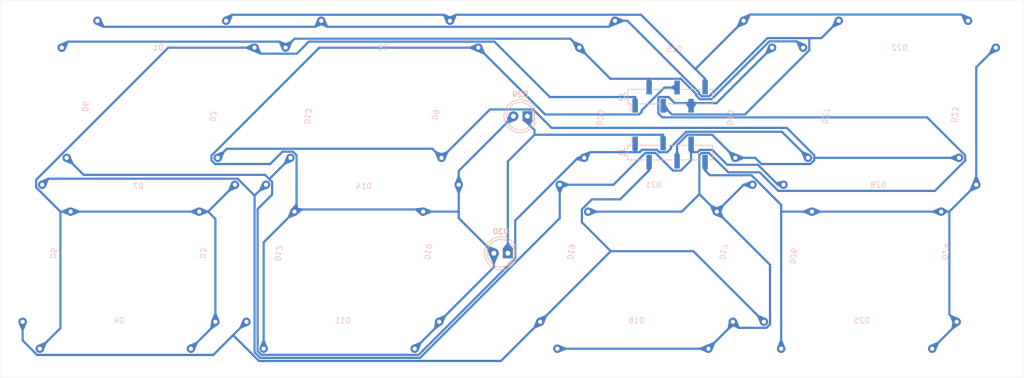
<source format=kicad_pcb>
(kicad_pcb (version 20240108) (generator "pcbnew") (generator_version "8.0")
  (layers (0 "F.Cu" signal) (31 "B.Cu" signal) (34 "B.Paste" user) (35 "F.Paste" user) (36 "B.SilkS" user "B.Silks") (37 "F.SilkS" user "F.Silks") (38 "B.Mask" user) (39 "F.Mask" user) (44 "Edge.Cuts" user))
  (net 0 "")
  (net 1 "Net-(D1-K)")
  (net 2 "Net-(D1-A)")
  (net 3 "Net-(D10-A)")
  (net 4 "Net-(D10-K)")
  (net 5 "Net-(D11-K)")
  (net 6 "Net-(D12-K)")
  (net 7 "Net-(D13-K)")
  (net 8 "Net-(D14-K)")
  (net 9 "Net-(D15-A)")
  (net 10 "Net-(D16-K)")
  (net 11 "Net-(D22-A)")
  (net 12 "Net-(D29-K)")
  (footprint "_Personal:32mm LED" (layer "F.Cu") (at 164.338 76.454 90)
    (property "Reference" "D21" (at 0 -0.508 0) (layer "B.SilkS") (effects (font (thickness 0.1)) (justify mirror)))
    (property "Value" "3G")
    (pad "1" thru_hole circle (at 0 -17.5 90) (size 1.524 1.524) (drill 0.762) (layers "*.Cu" "*.Mask") (net 8 "Net-(D14-K)"))
    (pad "2" thru_hole circle (at 0 17.5 90) (size 1.524 1.524) (drill 0.762) (layers "*.Cu" "*.Mask") (net 9 "Net-(D15-A)"))
  )
  (footprint "_Personal:32mm LED" (layer "F.Cu") (at 176.276 88.9 -8)
    (property "Reference" "D17" (at 0.216178 -0.286878 -98) (layer "B.SilkS") (effects (font (thickness 0.1)) (justify mirror)))
    (property "Value" "3C")
    (pad "1" thru_hole circle (at 0 -17.5 352) (size 1.524 1.524) (drill 0.762) (layers "*.Cu" "*.Mask") (net 4 "Net-(D10-K)"))
    (pad "2" thru_hole circle (at 0 17.5 352) (size 1.524 1.524) (drill 0.762) (layers "*.Cu" "*.Mask") (net 9 "Net-(D15-A)"))
  )
  (footprint "_Personal:32mm LED" (layer "F.Cu") (at 189.484 88.9 -8)
    (property "Reference" "D26" (at -0.180828 0.538406 -98) (layer "B.SilkS") (effects (font (thickness 0.1)) (justify mirror)))
    (property "Value" "4E")
    (pad "1" thru_hole circle (at 0 -17.5 352) (size 1.524 1.524) (drill 0.762) (layers "*.Cu" "*.Mask") (net 6 "Net-(D12-K)"))
    (pad "2" thru_hole circle (at 0 17.5 352) (size 1.524 1.524) (drill 0.762) (layers "*.Cu" "*.Mask") (net 11 "Net-(D22-A)"))
  )
  (footprint "_Personal:32mm LED" (layer "F.Cu") (at 110.998 76.454 90)
    (property "Reference" "D14" (at -0.254 0.254 0) (layer "B.SilkS") (effects (font (thickness 0.1)) (justify mirror)))
    (property "Value" "2G")
    (pad "1" thru_hole circle (at 0 -17.5 90) (size 1.524 1.524) (drill 0.762) (layers "*.Cu" "*.Mask") (net 8 "Net-(D14-K)"))
    (pad "2" thru_hole circle (at 0 17.5 90) (size 1.524 1.524) (drill 0.762) (layers "*.Cu" "*.Mask") (net 3 "Net-(D10-A)"))
  )
  (footprint "_Personal:32mm LED" (layer "F.Cu") (at 101.092 64.008 -8)
    (property "Reference" "D13" (at 0 0 -98) (layer "B.SilkS") (effects (font (thickness 0.1)) (justify mirror)))
    (property "Value" "2F")
    (pad "1" thru_hole circle (at 0 -17.5 352) (size 1.524 1.524) (drill 0.762) (layers "*.Cu" "*.Mask") (net 7 "Net-(D13-K)"))
    (pad "2" thru_hole circle (at 0 17.5 352) (size 1.524 1.524) (drill 0.762) (layers "*.Cu" "*.Mask") (net 3 "Net-(D10-A)"))
  )
  (footprint "_Personal:32mm LED" (layer "F.Cu") (at 83.82 64.008 -8)
    (property "Reference" "D2" (at 0 0 -98) (layer "B.SilkS") (effects (font (thickness 0.1)) (justify mirror)))
    (property "Value" "1B")
    (pad "1" thru_hole circle (at 0 -17.5 352) (size 1.524 1.524) (drill 0.762) (layers "*.Cu" "*.Mask") (net 10 "Net-(D16-K)"))
    (pad "2" thru_hole circle (at 0 17.5 352) (size 1.524 1.524) (drill 0.762) (layers "*.Cu" "*.Mask") (net 2 "Net-(D1-A)"))
  )
  (footprint "_Personal:32mm LED" (layer "F.Cu") (at 70.358 76.454 90)
    (property "Reference" "D7" (at -0.254 0 0) (layer "B.SilkS") (effects (font (thickness 0.1)) (justify mirror)))
    (property "Value" "1G")
    (pad "1" thru_hole circle (at 0 -17.5 90) (size 1.524 1.524) (drill 0.762) (layers "*.Cu" "*.Mask") (net 8 "Net-(D14-K)"))
    (pad "2" thru_hole circle (at 0 17.5 90) (size 1.524 1.524) (drill 0.762) (layers "*.Cu" "*.Mask") (net 2 "Net-(D1-A)"))
  )
  (footprint "_Personal:32mm LED" (layer "F.Cu") (at 154.432 64.008 -8)
    (property "Reference" "D20" (at -0.216178 0.286878 -98) (layer "B.SilkS") (effects (font (thickness 0.1)) (justify mirror)))
    (property "Value" "3F")
    (pad "1" thru_hole circle (at 0 -17.5 352) (size 1.524 1.524) (drill 0.762) (layers "*.Cu" "*.Mask") (net 7 "Net-(D13-K)"))
    (pad "2" thru_hole circle (at 0 17.5 352) (size 1.524 1.524) (drill 0.762) (layers "*.Cu" "*.Mask") (net 9 "Net-(D15-A)"))
  )
  (footprint "_Personal:32mm LED" (layer "F.Cu") (at 160.782 101.346 90)
    (property "Reference" "D18" (at 0.254 0 0) (layer "B.SilkS") (effects (font (thickness 0.1)) (justify mirror)))
    (property "Value" "3D")
    (pad "1" thru_hole circle (at 0 -17.5 90) (size 1.524 1.524) (drill 0.762) (layers "*.Cu" "*.Mask") (net 5 "Net-(D11-K)"))
    (pad "2" thru_hole circle (at 0 17.5 90) (size 1.524 1.524) (drill 0.762) (layers "*.Cu" "*.Mask") (net 9 "Net-(D15-A)"))
  )
  (footprint "_Personal:32mm LED" (layer "F.Cu") (at 201.422 101.346 90)
    (property "Reference" "D25" (at 0.254 0.254 0) (layer "B.SilkS") (effects (font (thickness 0.1)) (justify mirror)))
    (property "Value" "4D")
    (pad "1" thru_hole circle (at 0 -17.5 90) (size 1.524 1.524) (drill 0.762) (layers "*.Cu" "*.Mask") (net 5 "Net-(D11-K)"))
    (pad "2" thru_hole circle (at 0 17.5 90) (size 1.524 1.524) (drill 0.762) (layers "*.Cu" "*.Mask") (net 11 "Net-(D22-A)"))
  )
  (footprint "_Personal:32mm LED" (layer "F.Cu") (at 167.894 51.562 90)
    (property "Reference" "D15" (at -0.254 -0.254 0) (layer "B.SilkS") (effects (font (thickness 0.1)) (justify mirror)))
    (property "Value" "3A")
    (pad "1" thru_hole circle (at 0 -17.5 90) (size 1.524 1.524) (drill 0.762) (layers "*.Cu" "*.Mask") (net 1 "Net-(D1-K)"))
    (pad "2" thru_hole circle (at 0 17.5 90) (size 1.524 1.524) (drill 0.762) (layers "*.Cu" "*.Mask") (net 9 "Net-(D15-A)"))
  )
  (footprint "_Personal:32mm LED" (layer "F.Cu") (at 122.936 88.9 -8)
    (property "Reference" "D10" (at -0.03535 -0.251528 -98) (layer "B.SilkS") (effects (font (thickness 0.1)) (justify mirror)))
    (property "Value" "2C")
    (pad "1" thru_hole circle (at 0 -17.5 352) (size 1.524 1.524) (drill 0.762) (layers "*.Cu" "*.Mask") (net 4 "Net-(D10-K)"))
    (pad "2" thru_hole circle (at 0 17.5 352) (size 1.524 1.524) (drill 0.762) (layers "*.Cu" "*.Mask") (net 3 "Net-(D10-A)"))
  )
  (footprint "_Personal:32mm LED" (layer "F.Cu") (at 66.802 101.346 90)
    (property "Reference" "D4" (at 0.254 0 0) (layer "B.SilkS") (effects (font (thickness 0.1)) (justify mirror)))
    (property "Value" "1D")
    (pad "1" thru_hole circle (at 0 -17.5 90) (size 1.524 1.524) (drill 0.762) (layers "*.Cu" "*.Mask") (net 5 "Net-(D11-K)"))
    (pad "2" thru_hole circle (at 0 17.5 90) (size 1.524 1.524) (drill 0.762) (layers "*.Cu" "*.Mask") (net 2 "Net-(D1-A)"))
  )
  (footprint "_Personal:32mm LED" (layer "F.Cu") (at 216.916 88.9 -8)
    (property "Reference" "D24" (at -0.03535 -0.251528 -98) (layer "B.SilkS") (effects (font (thickness 0.1)) (justify mirror)))
    (property "Value" "4C")
    (pad "1" thru_hole circle (at 0 -17.5 352) (size 1.524 1.524) (drill 0.762) (layers "*.Cu" "*.Mask") (net 4 "Net-(D10-K)"))
    (pad "2" thru_hole circle (at 0 17.5 352) (size 1.524 1.524) (drill 0.762) (layers "*.Cu" "*.Mask") (net 11 "Net-(D22-A)"))
  )
  (footprint "_Personal:32mm LED" (layer "F.Cu") (at 73.914 51.562 90)
    (property "Reference" "D1" (at 0 0 0) (layer "B.SilkS") (effects (font (thickness 0.1)) (justify mirror)))
    (property "Value" "1A")
    (pad "1" thru_hole circle (at 0 -17.5 90) (size 1.524 1.524) (drill 0.762) (layers "*.Cu" "*.Mask") (net 1 "Net-(D1-K)"))
    (pad "2" thru_hole circle (at 0 17.5 90) (size 1.524 1.524) (drill 0.762) (layers "*.Cu" "*.Mask") (net 2 "Net-(D1-A)"))
  )
  (footprint "_Personal:32mm LED" (layer "F.Cu") (at 54.864 88.9 -8)
    (property "Reference" "D5" (at 0 0 -98) (layer "B.SilkS") (effects (font (thickness 0.1)) (justify mirror)))
    (property "Value" "1E")
    (pad "1" thru_hole circle (at 0 -17.5 352) (size 1.524 1.524) (drill 0.762) (layers "*.Cu" "*.Mask") (net 6 "Net-(D12-K)"))
    (pad "2" thru_hole circle (at 0 17.5 352) (size 1.524 1.524) (drill 0.762) (layers "*.Cu" "*.Mask") (net 2 "Net-(D1-A)"))
  )
  (footprint "_Personal:32mm LED" (layer "F.Cu") (at 204.978 76.454 90)
    (property "Reference" "D28" (at 0 -0.254 0) (layer "B.SilkS") (effects (font (thickness 0.1)) (justify mirror)))
    (property "Value" "4G")
    (pad "1" thru_hole circle (at 0 -17.5 90) (size 1.524 1.524) (drill 0.762) (layers "*.Cu" "*.Mask") (net 8 "Net-(D14-K)"))
    (pad "2" thru_hole circle (at 0 17.5 90) (size 1.524 1.524) (drill 0.762) (layers "*.Cu" "*.Mask") (net 11 "Net-(D22-A)"))
  )
  (footprint "_Personal:32mm LED" (layer "F.Cu") (at 218.5445 64.008 -8)
    (property "Reference" "D23" (at -0.03535 -0.251528 -98) (layer "B.SilkS") (effects (font (thickness 0.1)) (justify mirror)))
    (property "Value" "4B")
    (pad "1" thru_hole circle (at 0 -17.5 352) (size 1.524 1.524) (drill 0.762) (layers "*.Cu" "*.Mask") (net 10 "Net-(D16-K)"))
    (pad "2" thru_hole circle (at 0 17.5 352) (size 1.524 1.524) (drill 0.762) (layers "*.Cu" "*.Mask") (net 11 "Net-(D22-A)"))
  )
  (footprint "_Personal:32mm LED" (layer "F.Cu") (at 82.296 88.9 -8)
    (property "Reference" "D3" (at -0.251528 0.03535 -98) (layer "B.SilkS") (effects (font (thickness 0.1)) (justify mirror)))
    (property "Value" "1C")
    (pad "1" thru_hole circle (at 0 -17.5 352) (size 1.524 1.524) (drill 0.762) (layers "*.Cu" "*.Mask") (net 4 "Net-(D10-K)"))
    (pad "2" thru_hole circle (at 0 17.5 352) (size 1.524 1.524) (drill 0.762) (layers "*.Cu" "*.Mask") (net 2 "Net-(D1-A)"))
  )
  (footprint "_Personal:32mm LED" (layer "F.Cu") (at 148.844 88.9 -8)
    (property "Reference" "D19" (at -0.03535 -0.251528 -98) (layer "B.SilkS") (effects (font (thickness 0.1)) (justify mirror)))
    (property "Value" "3E")
    (pad "1" thru_hole circle (at 0 -17.5 352) (size 1.524 1.524) (drill 0.762) (layers "*.Cu" "*.Mask") (net 6 "Net-(D12-K)"))
    (pad "2" thru_hole circle (at 0 17.5 352) (size 1.524 1.524) (drill 0.762) (layers "*.Cu" "*.Mask") (net 9 "Net-(D15-A)"))
  )
  (footprint "_Personal:32mm LED" (layer "F.Cu") (at 107.442 101.346 90)
    (property "Reference" "D11" (at 0.254 0 0) (layer "B.SilkS") (effects (font (thickness 0.1)) (justify mirror)))
    (property "Value" "2D")
    (pad "1" thru_hole circle (at 0 -17.5 90) (size 1.524 1.524) (drill 0.762) (layers "*.Cu" "*.Mask") (net 5 "Net-(D11-K)"))
    (pad "2" thru_hole circle (at 0 17.5 90) (size 1.524 1.524) (drill 0.762) (layers "*.Cu" "*.Mask") (net 3 "Net-(D10-A)"))
  )
  (footprint "_Personal:32mm LED" (layer "F.Cu") (at 177.8 64.008 -8)
    (property "Reference" "D16" (at 0.03535 0.251528 -98) (layer "B.SilkS") (effects (font (thickness 0.1)) (justify mirror)))
    (property "Value" "3B")
    (pad "1" thru_hole circle (at 0 -17.5 352) (size 1.524 1.524) (drill 0.762) (layers "*.Cu" "*.Mask") (net 10 "Net-(D16-K)"))
    (pad "2" thru_hole circle (at 0 17.5 352) (size 1.524 1.524) (drill 0.762) (layers "*.Cu" "*.Mask") (net 9 "Net-(D15-A)"))
  )
  (footprint "_Personal:32mm LED" (layer "F.Cu") (at 60.452 64.008 -8)
    (property "Reference" "D6" (at 0.004078 -1.796047 -98) (layer "B.SilkS") (effects (font (thickness 0.1)) (justify mirror)))
    (property "Value" "1F")
    (pad "1" thru_hole circle (at 0 -17.5 352) (size 1.524 1.524) (drill 0.762) (layers "*.Cu" "*.Mask") (net 7 "Net-(D13-K)"))
    (pad "2" thru_hole circle (at 0 17.5 352) (size 1.524 1.524) (drill 0.762) (layers "*.Cu" "*.Mask") (net 2 "Net-(D1-A)"))
  )
  (footprint "_Personal:32mm LED" (layer "F.Cu") (at 124.46 64.008 -8)
    (property "Reference" "D9" (at -0.286878 -0.216178 -98) (layer "B.SilkS") (effects (font (thickness 0.1)) (justify mirror)))
    (property "Value" "2B")
    (pad "1" thru_hole circle (at 0 -17.5 352) (size 1.524 1.524) (drill 0.762) (layers "*.Cu" "*.Mask") (net 10 "Net-(D16-K)"))
    (pad "2" thru_hole circle (at 0 17.5 352) (size 1.524 1.524) (drill 0.762) (layers "*.Cu" "*.Mask") (net 3 "Net-(D10-A)"))
  )
  (footprint "_Personal:32mm LED" (layer "F.Cu") (at 114.554 51.562 90)
    (property "Reference" "D8" (at 0 0.254 0) (layer "B.SilkS") (effects (font (thickness 0.1)) (justify mirror)))
    (property "Value" "2A")
    (pad "1" thru_hole circle (at 0 -17.5 90) (size 1.524 1.524) (drill 0.762) (layers "*.Cu" "*.Mask") (net 1 "Net-(D1-K)"))
    (pad "2" thru_hole circle (at 0 17.5 90) (size 1.524 1.524) (drill 0.762) (layers "*.Cu" "*.Mask") (net 3 "Net-(D10-A)"))
  )
  (footprint "_Personal:32mm LED" (layer "F.Cu") (at 95.504 88.9 -8)
    (property "Reference" "D12" (at 0.251528 -0.03535 -98) (layer "B.SilkS") (effects (font (thickness 0.1)) (justify mirror)))
    (property "Value" "2E")
    (pad "1" thru_hole circle (at 0 -17.5 352) (size 1.524 1.524) (drill 0.762) (layers "*.Cu" "*.Mask") (net 6 "Net-(D12-K)"))
    (pad "2" thru_hole circle (at 0 17.5 352) (size 1.524 1.524) (drill 0.762) (layers "*.Cu" "*.Mask") (net 3 "Net-(D10-A)"))
  )
  (footprint "_Personal:32mm LED" (layer "F.Cu") (at 195.072 64.008 -8)
    (property "Reference" "D27" (at 0 0 -98) (layer "B.SilkS") (effects (font (thickness 0.1)) (justify mirror)))
    (property "Value" "4F")
    (pad "1" thru_hole circle (at 0 -17.5 352) (size 1.524 1.524) (drill 0.762) (layers "*.Cu" "*.Mask") (net 7 "Net-(D13-K)"))
    (pad "2" thru_hole circle (at 0 17.5 352) (size 1.524 1.524) (drill 0.762) (layers "*.Cu" "*.Mask") (net 11 "Net-(D22-A)"))
  )
  (footprint "_Personal:32mm LED" (layer "F.Cu") (at 208.534 51.562 90)
    (property "Reference" "D22" (at 0 0 0) (layer "B.SilkS") (effects (font (thickness 0.1)) (justify mirror)))
    (property "Value" "4A")
    (pad "1" thru_hole circle (at 0 -17.5 90) (size 1.524 1.524) (drill 0.762) (layers "*.Cu" "*.Mask") (net 1 "Net-(D1-K)"))
    (pad "2" thru_hole circle (at 0 17.5 90) (size 1.524 1.524) (drill 0.762) (layers "*.Cu" "*.Mask") (net 11 "Net-(D22-A)"))
  )
  (footprint "LED_THT:LED_D5.0mm" (layer "B.Cu") (at 137.414 88.9 180)
    (property "Reference" "D30" (at 1.27 3.96 0) (layer "B.SilkS") (effects (justify mirror)))
    (property "Value" "DP")
    (fp_line (start -1.29 1.545) (end -1.29 -1.545) (stroke (width 0.12)) (layer "B.SilkS"))
    (fp_arc (start 4.26 -0.000462) (mid 2.072002 2.880433) (end -1.29 1.54483) (stroke (width 0.12)) (layer "B.SilkS"))
    (fp_arc (start -1.29 -1.54483) (mid 2.072002 -2.880433) (end 4.26 0.000462) (stroke (width 0.12)) (layer "B.SilkS"))
    (fp_circle (center 1.27 0) (end 3.77 0) (stroke (width 0.12)) (fill none) (layer "B.SilkS"))
    (pad "1" thru_hole rect (at 0 0 180) (size 1.8 1.8) (drill 0.9) (layers "*.Cu" "*.Mask") (net 12 "Net-(D29-K)"))
    (pad "2" thru_hole circle (at 2.54 0 180) (size 1.8 1.8) (drill 0.9) (layers "*.Cu" "*.Mask") (net 3 "Net-(D10-A)"))
  )
  (footprint "Connector_PinHeader_2.54mm:PinHeader_1x06_P2.54mm_Vertical_SMD_Pin1Left" (layer "B.Cu") (at 166.878 70.612 -90)
    (property "Reference" "J1" (at 0 8.68 90) (layer "B.SilkS") (effects (justify mirror)))
    (property "Value" "DIP1_6")
    (fp_line (start -1.33 7.68) (end 1.33 7.68) (stroke (width 0.12)) (layer "B.SilkS"))
    (fp_line (start -1.33 7.68) (end -1.33 7.11) (stroke (width 0.12)) (layer "B.SilkS"))
    (fp_line (start 1.33 7.68) (end 1.33 4.57) (stroke (width 0.12)) (layer "B.SilkS"))
    (fp_line (start -1.33 7.11) (end -2.85 7.11) (stroke (width 0.12)) (layer "B.SilkS"))
    (fp_line (start -1.33 5.59) (end -1.33 2.03) (stroke (width 0.12)) (layer "B.SilkS"))
    (fp_line (start 1.33 3.05) (end 1.33 -0.51) (stroke (width 0.12)) (layer "B.SilkS"))
    (fp_line (start -1.33 0.51) (end -1.33 -3.05) (stroke (width 0.12)) (layer "B.SilkS"))
    (fp_line (start 1.33 -2.03) (end 1.33 -5.59) (stroke (width 0.12)) (layer "B.SilkS"))
    (fp_line (start -1.33 -4.57) (end -1.33 -7.68) (stroke (width 0.12)) (layer "B.SilkS"))
    (fp_line (start 1.33 -7.11) (end 1.33 -7.68) (stroke (width 0.12)) (layer "B.SilkS"))
    (fp_line (start -1.33 -7.68) (end 1.33 -7.68) (stroke (width 0.12)) (layer "B.SilkS"))
    (pad "1" smd rect (at -1.655 6.35 270) (size 2.51 1) (layers "B.Cu" "B.Paste" "B.Mask") (net 6 "Net-(D12-K)"))
    (pad "2" smd rect (at 1.655 3.81 270) (size 2.51 1) (layers "B.Cu" "B.Paste" "B.Mask") (net 5 "Net-(D11-K)"))
    (pad "3" smd rect (at -1.655 1.27 270) (size 2.51 1) (layers "B.Cu" "B.Paste" "B.Mask") (net 12 "Net-(D29-K)"))
    (pad "4" smd rect (at 1.655 -1.27 270) (size 2.51 1) (layers "B.Cu" "B.Paste" "B.Mask") (net 4 "Net-(D10-K)"))
    (pad "5" smd rect (at -1.655 -3.81 270) (size 2.51 1) (layers "B.Cu" "B.Paste" "B.Mask") (net 8 "Net-(D14-K)"))
    (pad "6" smd rect (at 1.655 -6.35 270) (size 2.51 1) (layers "B.Cu" "B.Paste" "B.Mask") (net 11 "Net-(D22-A)"))
  )
  (footprint "LED_THT:LED_D5.0mm" (layer "B.Cu") (at 140.97 64.008 180)
    (property "Reference" "D29" (at 1.27 3.96 0) (layer "B.SilkS") (effects (justify mirror)))
    (property "Value" "DP")
    (fp_line (start -1.29 1.545) (end -1.29 -1.545) (stroke (width 0.12)) (layer "B.SilkS"))
    (fp_arc (start 4.26 -0.000462) (mid 2.072002 2.880433) (end -1.29 1.54483) (stroke (width 0.12)) (layer "B.SilkS"))
    (fp_arc (start -1.29 -1.54483) (mid 2.072002 -2.880433) (end 4.26 0.000462) (stroke (width 0.12)) (layer "B.SilkS"))
    (fp_circle (center 1.27 0) (end 3.77 0) (stroke (width 0.12)) (fill none) (layer "B.SilkS"))
    (pad "1" thru_hole rect (at 0 0 180) (size 1.8 1.8) (drill 0.9) (layers "*.Cu" "*.Mask") (net 12 "Net-(D29-K)"))
    (pad "2" thru_hole circle (at 2.54 0 180) (size 1.8 1.8) (drill 0.9) (layers "*.Cu" "*.Mask") (net 3 "Net-(D10-A)"))
  )
  (footprint "Connector_PinHeader_2.54mm:PinHeader_1x06_P2.54mm_Vertical_SMD_Pin1Right" (layer "B.Cu") (at 166.878 60.452 -90)
    (property "Reference" "J2" (at 0 8.68 90) (layer "B.SilkS") (effects (justify mirror)))
    (property "Value" "DIP7_12")
    (fp_line (start -1.33 7.68) (end 1.33 7.68) (stroke (width 0.12)) (layer "B.SilkS"))
    (fp_line (start -1.33 7.68) (end -1.33 4.57) (stroke (width 0.12)) (layer "B.SilkS"))
    (fp_line (start 1.33 7.68) (end 1.33 7.11) (stroke (width 0.12)) (layer "B.SilkS"))
    (fp_line (start 1.33 7.11) (end 2.85 7.11) (stroke (width 0.12)) (layer "B.SilkS"))
    (fp_line (start 1.33 5.59) (end 1.33 2.03) (stroke (width 0.12)) (layer "B.SilkS"))
    (fp_line (start -1.33 3.05) (end -1.33 -0.51) (stroke (width 0.12)) (layer "B.SilkS"))
    (fp_line (start 1.33 0.51) (end 1.33 -3.05) (stroke (width 0.12)) (layer "B.SilkS"))
    (fp_line (start -1.33 -2.03) (end -1.33 -5.59) (stroke (width 0.12)) (layer "B.SilkS"))
    (fp_line (start 1.33 -4.57) (end 1.33 -7.68) (stroke (width 0.12)) (layer "B.SilkS"))
    (fp_line (start -1.33 -7.11) (end -1.33 -7.68) (stroke (width 0.12)) (layer "B.SilkS"))
    (fp_line (start -1.33 -7.68) (end 1.33 -7.68) (stroke (width 0.12)) (layer "B.SilkS"))
    (pad "1" smd rect (at 1.655 6.35 270) (size 2.51 1) (layers "B.Cu" "B.Paste" "B.Mask") (net 2 "Net-(D1-A)"))
    (pad "2" smd rect (at -1.655 3.81 270) (size 2.51 1) (layers "B.Cu" "B.Paste" "B.Mask") (net 1 "Net-(D1-K)"))
    (pad "3" smd rect (at 1.655 1.27 270) (size 2.51 1) (layers "B.Cu" "B.Paste" "B.Mask") (net 7 "Net-(D13-K)"))
    (pad "4" smd rect (at -1.655 -1.27 270) (size 2.51 1) (layers "B.Cu" "B.Paste" "B.Mask") (net 3 "Net-(D10-A)"))
    (pad "5" smd rect (at 1.655 -3.81 270) (size 2.51 1) (layers "B.Cu" "B.Paste" "B.Mask") (net 9 "Net-(D15-A)"))
    (pad "6" smd rect (at -1.655 -6.35 270) (size 2.51 1) (layers "B.Cu" "B.Paste" "B.Mask") (net 10 "Net-(D16-K)"))
  )
  (gr_rect (start 45.212 42.926) (end 231.14 111.506) (stroke (width 0.0381)) (fill none) (layer "Edge.Cuts"))
  (segment (start 163.068 57.2131) (end 156.0451 57.2131) (width 0.4) (layer "B.Cu") (net 1))
  (segment (start 163.068 58.797) (end 163.068 57.2131) (width 0.4) (layer "B.Cu") (net 1))
  (segment (start 98.6795 49.9365) (end 97.054 51.562) (width 0.4) (layer "B.Cu") (net 1))
  (segment (start 148.7685 49.9365) (end 98.6795 49.9365) (width 0.4) (layer "B.Cu") (net 1))
  (segment (start 156.0451 57.2131) (end 150.394 51.562) (width 0.4) (layer "B.Cu") (net 1))
  (segment (start 171.6162 60.0099) (end 168.8194 57.2131) (width 0.4) (layer "B.Cu") (net 1))
  (segment (start 97.054 51.562) (end 95.9631 50.4711) (width 0.4) (layer "B.Cu") (net 1))
  (segment (start 172.3056 60.9222) (end 171.6162 60.2328) (width 0.4) (layer "B.Cu") (net 1))
  (segment (start 57.5049 50.4711) (end 56.414 51.562) (width 0.4) (layer "B.Cu") (net 1))
  (segment (start 184.929 50.415) (end 174.4218 60.9222) (width 0.4) (layer "B.Cu") (net 1))
  (segment (start 150.394 51.562) (end 148.7685 49.9365) (width 0.4) (layer "B.Cu") (net 1))
  (segment (start 174.4218 60.9222) (end 172.3056 60.9222) (width 0.4) (layer "B.Cu") (net 1))
  (segment (start 168.8194 57.2131) (end 163.068 57.2131) (width 0.4) (layer "B.Cu") (net 1))
  (segment (start 191.034 51.562) (end 189.887 50.415) (width 0.4) (layer "B.Cu") (net 1))
  (segment (start 95.9631 50.4711) (end 57.5049 50.4711) (width 0.4) (layer "B.Cu") (net 1))
  (segment (start 171.6162 60.2328) (end 171.6162 60.0099) (width 0.4) (layer "B.Cu") (net 1))
  (segment (start 189.887 50.415) (end 184.929 50.415) (width 0.4) (layer "B.Cu") (net 1))
  (segment (start 160.528 60.5231) (end 145.0349 60.5231) (width 0.4) (layer "B.Cu") (net 2))
  (segment (start 101.2677 50.469) (end 99.0822 52.6545) (width 0.4) (layer "B.Cu") (net 2))
  (segment (start 56.1646 81.4218) (end 56.1646 102.4936) (width 0.4) (layer "B.Cu") (net 2))
  (segment (start 81.3845 81.3377) (end 82.9743 81.3377) (width 0.4) (layer "B.Cu") (net 2))
  (segment (start 56.1646 102.4936) (end 52.4285 106.2297) (width 0.4) (layer "B.Cu") (net 2))
  (segment (start 79.8605 106.2297) (end 84.302 101.7882) (width 0.4) (layer "B.Cu") (net 2))
  (segment (start 58.0165 81.3377) (end 56.2487 81.3377) (width 0.4) (layer "B.Cu") (net 2))
  (segment (start 160.528 62.107) (end 160.528 60.5231) (width 0.4) (layer "B.Cu") (net 2))
  (segment (start 145.0349 60.5231) (end 134.9808 50.469) (width 0.4) (layer "B.Cu") (net 2))
  (segment (start 51.754 76.9271) (end 51.754 75.5566) (width 0.4) (layer "B.Cu") (net 2))
  (segment (start 56.2067 81.3797) (end 51.754 76.9271) (width 0.4) (layer "B.Cu") (net 2))
  (segment (start 75.7486 51.562) (end 91.414 51.562) (width 0.4) (layer "B.Cu") (net 2))
  (segment (start 84.302 101.7882) (end 84.302 101.346) (width 0.4) (layer "B.Cu") (net 2))
  (segment (start 84.302 101.346) (end 84.302 82.6654) (width 0.4) (layer "B.Cu") (net 2))
  (segment (start 99.0822 52.6545) (end 92.5065 52.6545) (width 0.4) (layer "B.Cu") (net 2))
  (segment (start 92.5065 52.6545) (end 91.414 51.562) (width 0.4) (layer "B.Cu") (net 2))
  (segment (start 56.2067 81.3797) (end 56.1646 81.4218) (width 0.4) (layer "B.Cu") (net 2))
  (segment (start 56.2487 81.3377) (end 56.2067 81.3797) (width 0.4) (layer "B.Cu") (net 2))
  (segment (start 51.754 75.5566) (end 75.7486 51.562) (width 0.4) (layer "B.Cu") (net 2))
  (segment (start 84.302 82.6654) (end 82.9743 81.3377) (width 0.4) (layer "B.Cu") (net 2))
  (segment (start 134.9808 50.469) (end 101.2677 50.469) (width 0.4) (layer "B.Cu") (net 2))
  (segment (start 58.0165 81.3377) (end 81.3845 81.3377) (width 0.4) (layer "B.Cu") (net 2))
  (segment (start 82.9743 81.3377) (end 87.858 76.454) (width 0.4) (layer "B.Cu") (net 2))
  (segment (start 99.0482 80.946) (end 121.6328 80.946) (width 0.4) (layer "B.Cu") (net 3))
  (segment (start 128.498 76.454) (end 128.498 81.3377) (width 0.4) (layer "B.Cu") (net 3))
  (segment (start 96.4831 70.4499) (end 94.2462 72.6868) (width 0.4) (layer "B.Cu") (net 3))
  (segment (start 144.1829 63.6909) (end 161.2517 63.6909) (width 0.4) (layer "B.Cu") (net 3))
  (segment (start 134.874 91.414) (end 134.874 88.9) (width 0.4) (layer "B.Cu") (net 3))
  (segment (start 128.498 73.94) (end 128.498 76.454) (width 0.4) (layer "B.Cu") (net 3))
  (segment (start 83.6047 71.142) (end 103.1846 51.5621) (width 0.4) (layer "B.Cu") (net 3))
  (segment (start 161.719 63.2236) (end 161.719 62.941) (width 0.4) (layer "B.Cu") (net 3))
  (segment (start 132.054 51.562) (end 144.1829 63.6909) (width 0.4) (layer "B.Cu") (net 3))
  (segment (start 161.719 62.941) (end 165.863 58.797) (width 0.4) (layer "B.Cu") (net 3))
  (segment (start 120.5005 106.2297) (end 124.942 101.7882) (width 0.4) (layer "B.Cu") (net 3))
  (segment (start 161.2517 63.6909) (end 161.719 63.2236) (width 0.4) (layer "B.Cu") (net 3))
  (segment (start 121.6328 80.946) (end 122.0245 81.3377) (width 0.4) (layer "B.Cu") (net 3))
  (segment (start 99.0482 71.12) (end 98.3781 70.4499) (width 0.4) (layer "B.Cu") (net 3))
  (segment (start 94.2462 72.6868) (end 84.2485 72.6868) (width 0.4) (layer "B.Cu") (net 3))
  (segment (start 98.3781 70.4499) (end 96.4831 70.4499) (width 0.4) (layer "B.Cu") (net 3))
  (segment (start 99.0482 80.946) (end 98.6565 81.3377) (width 0.4) (layer "B.Cu") (net 3))
  (segment (start 128.498 81.3377) (end 122.0245 81.3377) (width 0.4) (layer "B.Cu") (net 3))
  (segment (start 138.43 64.008) (end 128.498 73.94) (width 0.4) (layer "B.Cu") (net 3))
  (segment (start 93.0685 106.2297) (end 93.0685 86.9257) (width 0.4) (layer "B.Cu") (net 3))
  (segment (start 132.054 51.5621) (end 132.054 51.562) (width 0.4) (layer "B.Cu") (net 3))
  (segment (start 128.498 81.3377) (end 128.498 82.524) (width 0.4) (layer "B.Cu") (net 3))
  (segment (start 83.6047 72.043) (end 83.6047 71.142) (width 0.4) (layer "B.Cu") (net 3))
  (segment (start 124.942 101.346) (end 134.874 91.414) (width 0.4) (layer "B.Cu") (net 3))
  (segment (start 128.498 82.524) (end 134.874 88.9) (width 0.4) (layer "B.Cu") (net 3))
  (segment (start 165.863 58.797) (end 168.148 58.797) (width 0.4) (layer "B.Cu") (net 3))
  (segment (start 124.942 101.7882) (end 124.942 101.346) (width 0.4) (layer "B.Cu") (net 3))
  (segment (start 99.0482 80.946) (end 99.0482 71.12) (width 0.4) (layer "B.Cu") (net 3))
  (segment (start 93.0685 86.9257) (end 98.6565 81.3377) (width 0.4) (layer "B.Cu") (net 3))
  (segment (start 103.1846 51.5621) (end 132.054 51.5621) (width 0.4) (layer "B.Cu") (net 3))
  (segment (start 84.2485 72.6868) (end 83.6047 72.043) (width 0.4) (layer "B.Cu") (net 3))
  (segment (start 145.3614 66.1342) (end 188.0802 66.1342) (width 0.4) (layer "B.Cu") (net 4))
  (segment (start 188.0802 66.1342) (end 193.0469 71.1009) (width 0.4) (layer "B.Cu") (net 4))
  (segment (start 193.0469 71.5703) (end 193.0469 71.9926) (width 0.4) (layer "B.Cu") (net 4))
  (segment (start 170.028 67.3731) (end 174.5143 67.3731) (width 0.4) (layer "B.Cu") (net 4))
  (segment (start 123.722 69.9208) (end 86.381 69.9208) (width 0.4) (layer "B.Cu") (net 4))
  (segment (start 219.3515 71.5703) (end 193.0469 71.5703) (width 0.4) (layer "B.Cu") (net 4))
  (segment (start 125.3715 71.5703) (end 134.1641 62.7777) (width 0.4) (layer "B.Cu") (net 4))
  (segment (start 193.0469 71.1009) (end 193.0469 71.5703) (width 0.4) (layer "B.Cu") (net 4))
  (segment (start 183.446 72.6963) (end 182.32 71.5703) (width 0.4) (layer "B.Cu") (net 4))
  (segment (start 192.3432 72.6963) (end 183.446 72.6963) (width 0.4) (layer "B.Cu") (net 4))
  (segment (start 142.0049 62.7777) (end 145.3614 66.1342) (width 0.4) (layer "B.Cu") (net 4))
  (segment (start 182.32 71.5703) (end 178.7115 71.5703) (width 0.4) (layer "B.Cu") (net 4))
  (segment (start 168.148 69.2531) (end 170.028 67.3731) (width 0.4) (layer "B.Cu") (net 4))
  (segment (start 174.5143 67.3731) (end 178.7115 71.5703) (width 0.4) (layer "B.Cu") (net 4))
  (segment (start 125.3715 71.5703) (end 123.722 69.9208) (width 0.4) (layer "B.Cu") (net 4))
  (segment (start 193.0469 71.9926) (end 192.3432 72.6963) (width 0.4) (layer "B.Cu") (net 4))
  (segment (start 134.1641 62.7777) (end 142.0049 62.7777) (width 0.4) (layer "B.Cu") (net 4))
  (segment (start 168.148 72.267) (end 168.148 69.2531) (width 0.4) (layer "B.Cu") (net 4))
  (segment (start 86.381 69.9208) (end 84.7315 71.5703) (width 0.4) (layer "B.Cu") (net 4))
  (segment (start 51.9386 107.3639) (end 49.302 104.7273) (width 0.4) (layer "B.Cu") (net 5))
  (segment (start 49.302 104.7273) (end 49.302 101.346) (width 0.4) (layer "B.Cu") (net 5))
  (segment (start 92.2117 108.4501) (end 136.1779 108.4501) (width 0.4) (layer "B.Cu") (net 5))
  (segment (start 87.5248 103.7632) (end 92.2117 108.4501) (width 0.4) (layer "B.Cu") (net 5))
  (segment (start 89.942 101.346) (end 87.5248 103.7632) (width 0.4) (layer "B.Cu") (net 5))
  (segment (start 87.5248 103.7632) (end 83.9241 107.3639) (width 0.4) (layer "B.Cu") (net 5))
  (segment (start 156.1062 88.5218) (end 143.282 101.346) (width 0.4) (layer "B.Cu") (net 5))
  (segment (start 150.8591 80.9205) (end 150.8591 83.2747) (width 0.4) (layer "B.Cu") (net 5))
  (segment (start 163.068 72.267) (end 163.068 73.8509) (width 0.4) (layer "B.Cu") (net 5))
  (segment (start 136.1779 108.4501) (end 143.282 101.346) (width 0.4) (layer "B.Cu") (net 5))
  (segment (start 152.6734 79.1062) (end 150.8591 80.9205) (width 0.4) (layer "B.Cu") (net 5))
  (segment (start 83.9241 107.3639) (end 51.9386 107.3639) (width 0.4) (layer "B.Cu") (net 5))
  (segment (start 183.922 101.346) (end 171.0978 88.5218) (width 0.4) (layer "B.Cu") (net 5))
  (segment (start 171.0978 88.5218) (end 156.1062 88.5218) (width 0.4) (layer "B.Cu") (net 5))
  (segment (start 163.068 73.8509) (end 157.8127 79.1062) (width 0.4) (layer "B.Cu") (net 5))
  (segment (start 150.8591 83.2747) (end 156.1062 88.5218) (width 0.4) (layer "B.Cu") (net 5))
  (segment (start 157.8127 79.1062) (end 152.6734 79.1062) (width 0.4) (layer "B.Cu") (net 5))
  (segment (start 187.1829 66.8337) (end 191.9195 71.5703) (width 0.4) (layer "B.Cu") (net 6))
  (segment (start 93.3118 74.6537) (end 60.3829 74.6537) (width 0.4) (layer "B.Cu") (net 6))
  (segment (start 164.4793 70.1078) (end 164.9125 70.541) (width 0.4) (layer "B.Cu") (net 6))
  (segment (start 94.084 75.4258) (end 93.3118 74.6537) (width 0.4) (layer "B.Cu") (net 6))
  (segment (start 164.9125 70.541) (end 166.3612 70.541) (width 0.4) (layer "B.Cu") (net 6))
  (segment (start 169.8021 66.8337) (end 187.1829 66.8337) (width 0.4) (layer "B.Cu") (net 6))
  (segment (start 166.3612 70.541) (end 167.028 69.8742) (width 0.4) (layer "B.Cu") (net 6))
  (segment (start 160.528 68.957) (end 160.528 70.5409) (width 0.4) (layer "B.Cu") (net 6))
  (segment (start 167.028 69.8742) (end 167.028 69.6078) (width 0.4) (layer "B.Cu") (net 6))
  (segment (start 91.9776 80.8743) (end 94.6062 78.2457) (width 0.4) (layer "B.Cu") (net 6))
  (segment (start 160.528 70.5409) (end 152.3089 70.5409) (width 0.4) (layer "B.Cu") (net 6))
  (segment (start 94.6062 75.9481) (end 94.084 75.4258) (width 0.4) (layer "B.Cu") (net 6))
  (segment (start 167.028 69.6078) (end 169.8021 66.8337) (width 0.4) (layer "B.Cu") (net 6))
  (segment (start 160.528 70.5409) (end 161.3569 70.5409) (width 0.4) (layer "B.Cu") (net 6))
  (segment (start 92.6324 107.3423) (end 91.9776 106.6875) (width 0.4) (layer "B.Cu") (net 6))
  (segment (start 161.79 70.1078) (end 164.4793 70.1078) (width 0.4) (layer "B.Cu") (net 6))
  (segment (start 94.6062 78.2457) (end 94.6062 75.9481) (width 0.4) (layer "B.Cu") (net 6))
  (segment (start 150.1407 71.5703) (end 138.7533 82.9577) (width 0.4) (layer "B.Cu") (net 6))
  (segment (start 152.3089 70.5409) (end 151.2795 71.5703) (width 0.4) (layer "B.Cu") (net 6))
  (segment (start 121.2368 107.3423) (end 92.6324 107.3423) (width 0.4) (layer "B.Cu") (net 6))
  (segment (start 138.7533 89.8258) (end 121.2368 107.3423) (width 0.4) (layer "B.Cu") (net 6))
  (segment (start 91.9776 106.6875) (end 91.9776 80.8743) (width 0.4) (layer "B.Cu") (net 6))
  (segment (start 161.3569 70.5409) (end 161.79 70.1078) (width 0.4) (layer "B.Cu") (net 6))
  (segment (start 60.3829 74.6537) (end 57.2995 71.5703) (width 0.4) (layer "B.Cu") (net 6))
  (segment (start 151.2795 71.5703) (end 150.1407 71.5703) (width 0.4) (layer "B.Cu") (net 6))
  (segment (start 94.084 75.4258) (end 97.9395 71.5703) (width 0.4) (layer "B.Cu") (net 6))
  (segment (start 138.7533 82.9577) (end 138.7533 89.8258) (width 0.4) (layer "B.Cu") (net 6))
  (segment (start 192.1585 49.83) (end 184.5516 49.83) (width 0.4) (layer "B.Cu") (net 7))
  (segment (start 63.9811 47.7719) (end 62.8875 46.6783) (width 0.4) (layer "B.Cu") (net 7))
  (segment (start 172.1451 59.9383) (end 172.1451 59.7023) (width 0.4) (layer "B.Cu") (net 7))
  (segment (start 100.0977 47.7704) (end 100.0962 47.7719) (width 0.4) (layer "B.Cu") (net 7))
  (segment (start 194.3558 49.83) (end 192.1585 49.83) (width 0.4) (layer "B.Cu") (net 7))
  (segment (start 104.6184 47.7692) (end 103.5275 46.6783) (width 0.4) (layer "B.Cu") (net 7))
  (segment (start 103.5275 46.6783) (end 102.4354 47.7704) (width 0.4) (layer "B.Cu") (net 7))
  (segment (start 172.1451 59.7023) (end 159.1211 46.6783) (width 0.4) (layer "B.Cu") (net 7))
  (segment (start 192.1585 49.83) (end 192.1585 52.0273) (width 0.4) (layer "B.Cu") (net 7))
  (segment (start 172.5921 60.3853) (end 172.1451 59.9383) (width 0.4) (layer "B.Cu") (net 7))
  (segment (start 173.9963 60.3853) (end 172.5921 60.3853) (width 0.4) (layer "B.Cu") (net 7))
  (segment (start 197.5075 46.6783) (end 194.3558 49.83) (width 0.4) (layer "B.Cu") (net 7))
  (segment (start 192.1585 52.0273) (end 180.4949 63.6909) (width 0.4) (layer "B.Cu") (net 7))
  (segment (start 167.1919 63.6909) (end 165.608 62.107) (width 0.4) (layer "B.Cu") (net 7))
  (segment (start 180.4949 63.6909) (end 167.1919 63.6909) (width 0.4) (layer "B.Cu") (net 7))
  (segment (start 159.1211 46.6783) (end 156.8675 46.6783) (width 0.4) (layer "B.Cu") (net 7))
  (segment (start 102.4354 47.7704) (end 100.0977 47.7704) (width 0.4) (layer "B.Cu") (net 7))
  (segment (start 184.5516 49.83) (end 173.9963 60.3853) (width 0.4) (layer "B.Cu") (net 7))
  (segment (start 156.8675 46.6783) (end 155.7766 47.7692) (width 0.4) (layer "B.Cu") (net 7))
  (segment (start 155.7766 47.7692) (end 104.6184 47.7692) (width 0.4) (layer "B.Cu") (net 7))
  (segment (start 100.0962 47.7719) (end 63.9811 47.7719) (width 0.4) (layer "B.Cu") (net 7))
  (segment (start 182.8356 72.8338) (end 177.2486 72.8338) (width 0.4) (layer "B.Cu") (net 8))
  (segment (start 171.8796 70.5409) (end 170.688 70.5409) (width 0.4) (layer "B.Cu") (net 8))
  (segment (start 186.4558 76.454) (end 182.8356 72.8338) (width 0.4) (layer "B.Cu") (net 8))
  (segment (start 146.838 82.5294) (end 121.4746 107.8928) (width 0.4) (layer "B.Cu") (net 8))
  (segment (start 170.688 72.0167) (end 168.8223 73.8824) (width 0.4) (layer "B.Cu") (net 8))
  (segment (start 172.2846 70.1359) (end 171.8796 70.5409) (width 0.4) (layer "B.Cu") (net 8))
  (segment (start 187.478 76.454) (end 186.4558 76.454) (width 0.4) (layer "B.Cu") (net 8))
  (segment (start 91.425 78.4338) (end 88.352 75.3608) (width 0.4) (layer "B.Cu") (net 8))
  (segment (start 174.5507 70.1359) (end 172.2846 70.1359) (width 0.4) (layer "B.Cu") (net 8))
  (segment (start 91.425 78.4338) (end 93.4048 76.454) (width 0.4) (layer "B.Cu") (net 8))
  (segment (start 121.4746 107.8928) (end 92.4268 107.8928) (width 0.4) (layer "B.Cu") (net 8))
  (segment (start 53.9512 75.3608) (end 52.858 76.454) (width 0.4) (layer "B.Cu") (net 8))
  (segment (start 162.3724 70.6727) (end 156.5911 76.454) (width 0.4) (layer "B.Cu") (net 8))
  (segment (start 93.4048 76.454) (end 93.498 76.454) (width 0.4) (layer "B.Cu") (net 8))
  (segment (start 156.5911 76.454) (end 146.838 76.454) (width 0.4) (layer "B.Cu") (net 8))
  (segment (start 92.4268 107.8928) (end 91.425 106.891) (width 0.4) (layer "B.Cu") (net 8))
  (segment (start 177.2486 72.8338) (end 174.5507 70.1359) (width 0.4) (layer "B.Cu") (net 8))
  (segment (start 146.838 76.454) (end 146.838 82.5294) (width 0.4) (layer "B.Cu") (net 8))
  (segment (start 164.1899 70.6727) (end 162.3724 70.6727) (width 0.4) (layer "B.Cu") (net 8))
  (segment (start 167.3996 73.8824) (end 164.1899 70.6727) (width 0.4) (layer "B.Cu") (net 8))
  (segment (start 168.8223 73.8824) (end 167.3996 73.8824) (width 0.4) (layer "B.Cu") (net 8))
  (segment (start 170.688 68.957) (end 170.688 70.5409) (width 0.4) (layer "B.Cu") (net 8))
  (segment (start 88.352 75.3608) (end 53.9512 75.3608) (width 0.4) (layer "B.Cu") (net 8))
  (segment (start 170.688 70.5409) (end 170.688 72.0167) (width 0.4) (layer "B.Cu") (net 8))
  (segment (start 91.425 106.891) (end 91.425 78.4338) (width 0.4) (layer "B.Cu") (net 8))
  (segment (start 164.7443 60.6636) (end 164.7443 63.4998) (width 0.4) (layer "B.Cu") (net 9))
  (segment (start 173.9285 70.6831) (end 172.5917 70.6831) (width 0.4) (layer "B.Cu") (net 9))
  (segment (start 178.5031 101.5671) (end 178.282 101.346) (width 0.4) (layer "B.Cu") (net 9))
  (segment (start 220.4612 71.1331) (end 220.4612 72.077) (width 0.4) (layer "B.Cu") (net 9))
  (segment (start 169.0187 81.3377) (end 172.1916 78.1648) (width 0.4) (layer "B.Cu") (net 9))
  (segment (start 166.5872 60.5204) (end 164.8875 60.5204) (width 0.4) (layer "B.Cu") (net 9))
  (segment (start 185.0204 101.7993) (end 184.3828 102.4369) (width 0.4) (layer "B.Cu") (net 9))
  (segment (start 167.7104 61.6436) (end 166.5872 60.5204) (width 0.4) (layer "B.Cu") (net 9))
  (segment (start 172.5917 70.6831) (end 172.1916 71.0832) (width 0.4) (layer "B.Cu") (net 9))
  (segment (start 181.838 76.454) (end 180.2482 76.454) (width 0.4) (layer "B.Cu") (net 9))
  (segment (start 172.1916 78.1648) (end 175.3645 81.3377) (width 0.4) (layer "B.Cu") (net 9))
  (segment (start 170.688 61.6436) (end 167.7104 61.6436) (width 0.4) (layer "B.Cu") (net 9))
  (segment (start 146.4085 106.2297) (end 173.8405 106.2297) (width 0.4) (layer "B.Cu") (net 9))
  (segment (start 164.7443 63.4998) (end 165.4643 64.2198) (width 0.4) (layer "B.Cu") (net 9))
  (segment (start 184.3828 102.4369) (end 179.3729 102.4369) (width 0.4) (layer "B.Cu") (net 9))
  (segment (start 186.5155 77.5703) (end 183.1409 74.1957) (width 0.4) (layer "B.Cu") (net 9))
  (segment (start 179.3729 102.4369) (end 178.5031 101.5671) (width 0.4) (layer "B.Cu") (net 9))
  (segment (start 213.5479 64.2198) (end 220.4612 71.1331) (width 0.4) (layer "B.Cu") (net 9))
  (segment (start 220.4612 72.077) (end 214.9679 77.5703) (width 0.4) (layer "B.Cu") (net 9))
  (segment (start 172.1916 71.0832) (end 172.1916 78.1648) (width 0.4) (layer "B.Cu") (net 9))
  (segment (start 214.9679 77.5703) (end 186.5155 77.5703) (width 0.4) (layer "B.Cu") (net 9))
  (segment (start 175.3124 61.6436) (end 185.394 51.562) (width 0.4) (layer "B.Cu") (net 9))
  (segment (start 180.2482 76.454) (end 175.3645 81.3377) (width 0.4) (layer "B.Cu") (net 9))
  (segment (start 165.4643 64.2198) (end 213.5479 64.2198) (width 0.4) (layer "B.Cu") (net 9))
  (segment (start 170.688 62.107) (end 170.688 61.6436) (width 0.4) (layer "B.Cu") (net 9))
  (segment (start 185.0204 90.9936) (end 185.0204 101.7993) (width 0.4) (layer "B.Cu") (net 9))
  (segment (start 173.8405 106.2297) (end 178.5031 101.5671) (width 0.4) (layer "B.Cu") (net 9))
  (segment (start 183.1409 74.1957) (end 177.4411 74.1957) (width 0.4) (layer "B.Cu") (net 9))
  (segment (start 177.4411 74.1957) (end 173.9285 70.6831) (width 0.4) (layer "B.Cu") (net 9))
  (segment (start 164.8875 60.5204) (end 164.7443 60.6636) (width 0.4) (layer "B.Cu") (net 9))
  (segment (start 175.3645 81.3377) (end 185.0204 90.9936) (width 0.4) (layer "B.Cu") (net 9))
  (segment (start 151.9965 81.3377) (end 169.0187 81.3377) (width 0.4) (layer "B.Cu") (net 9))
  (segment (start 170.688 61.6436) (end 175.3124 61.6436) (width 0.4) (layer "B.Cu") (net 9))
  (segment (start 87.3464 45.5874) (end 86.2555 46.6783) (width 0.4) (layer "B.Cu") (net 10))
  (segment (start 173.228 58.005) (end 173.228 57.2131) (width 0.4) (layer "B.Cu") (net 10))
  (segment (start 171.4644 55.4494) (end 180.2355 46.6783) (width 0.4) (layer "B.Cu") (net 10))
  (segment (start 181.3683 45.5455) (end 180.2355 46.6783) (width 0.4) (layer "B.Cu") (net 10))
  (segment (start 173.228 57.2131) (end 171.4644 55.4494) (width 0.4) (layer "B.Cu") (net 10))
  (segment (start 171.4644 55.4494) (end 161.5976 45.5827) (width 0.4) (layer "B.Cu") (net 10))
  (segment (start 126.8955 46.6783) (end 125.8046 45.5874) (width 0.4) (layer "B.Cu") (net 10))
  (segment (start 125.8046 45.5874) (end 87.3464 45.5874) (width 0.4) (layer "B.Cu") (net 10))
  (segment (start 220.98 46.6783) (end 219.8472 45.5455) (width 0.4) (layer "B.Cu") (net 10))
  (segment (start 161.5976 45.5827) (end 127.9911 45.5827) (width 0.4) (layer "B.Cu") (net 10))
  (segment (start 219.8472 45.5455) (end 181.3683 45.5455) (width 0.4) (layer "B.Cu") (net 10))
  (segment (start 173.228 58.797) (end 173.228 58.005) (width 0.4) (layer "B.Cu") (net 10))
  (segment (start 127.9911 45.5827) (end 126.8955 46.6783) (width 0.4) (layer "B.Cu") (net 10))
  (segment (start 174.1053 74.7282) (end 181.6576 74.7282) (width 0.4) (layer "B.Cu") (net 11))
  (segment (start 192.6365 81.3377) (end 216.109 81.3377) (width 0.4) (layer "B.Cu") (net 11))
  (segment (start 173.228 72.267) (end 173.228 73.8509) (width 0.4) (layer "B.Cu") (net 11))
  (segment (start 187.0485 80.1191) (end 187.0485 81.3377) (width 0.4) (layer "B.Cu") (net 11))
  (segment (start 222.478 55.118) (end 222.478 76.454) (width 0.4) (layer "B.Cu") (net 11))
  (segment (start 173.228 73.8509) (end 174.1053 74.7282) (width 0.4) (layer "B.Cu") (net 11))
  (segment (start 187.0485 81.3377) (end 192.6365 81.3377) (width 0.4) (layer "B.Cu") (net 11))
  (segment (start 217.5943 100.0183) (end 218.922 101.346) (width 0.4) (layer "B.Cu") (net 11))
  (segment (start 216.109 81.3377) (end 217.5943 81.3377) (width 0.4) (layer "B.Cu") (net 11))
  (segment (start 214.4805 106.2297) (end 218.922 101.7882) (width 0.4) (layer "B.Cu") (net 11))
  (segment (start 218.922 101.7882) (end 218.922 101.346) (width 0.4) (layer "B.Cu") (net 11))
  (segment (start 187.0485 81.3377) (end 187.0485 106.2297) (width 0.4) (layer "B.Cu") (net 11))
  (segment (start 217.5943 81.3377) (end 222.478 76.454) (width 0.4) (layer "B.Cu") (net 11))
  (segment (start 226.034 51.562) (end 222.478 55.118) (width 0.4) (layer "B.Cu") (net 11))
  (segment (start 217.5943 81.3377) (end 217.5943 100.0183) (width 0.4) (layer "B.Cu") (net 11))
  (segment (start 181.6576 74.7282) (end 187.0485 80.1191) (width 0.4) (layer "B.Cu") (net 11))
  (segment (start 137.414 88.9) (end 137.414 87.6711) (width 0.4) (layer "B.Cu") (net 12))
  (segment (start 142.2584 66.5253) (end 142.2584 67.3731) (width 0.4) (layer "B.Cu") (net 12))
  (segment (start 140.97 64.008) (end 140.97 65.2369) (width 0.4) (layer "B.Cu") (net 12))
  (segment (start 142.2584 67.3731) (end 165.608 67.3731) (width 0.4) (layer "B.Cu") (net 12))
  (segment (start 140.97 65.2369) (end 142.2584 66.5253) (width 0.4) (layer "B.Cu") (net 12))
  (segment (start 137.414 72.2175) (end 137.414 87.6711) (width 0.4) (layer "B.Cu") (net 12))
  (segment (start 142.2584 67.3731) (end 137.414 72.2175) (width 0.4) (layer "B.Cu") (net 12))
  (segment (start 165.608 68.957) (end 165.608 67.3731) (width 0.4) (layer "B.Cu") (net 12))
)
</source>
